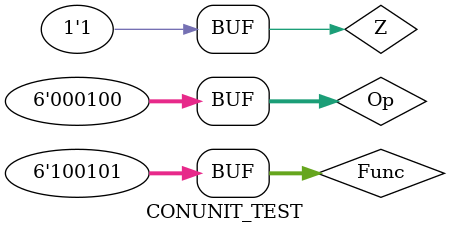
<source format=v>
`timescale 1ns / 1ps


module CONUNIT(Op, Func, Z, Regrt, Se, Wreg, Aluqb, Aluc, Wmem, Pcsrc, Reg2reg, V, M_Z, M_Op,E_Rd,M_Rd,E_Wreg,M_Wreg,Rs,Rt,FwdA,FwdB,E_Reg2reg,stall);
    input [5:0] Op, Func,M_Op;
    input Z, V, M_Z;
    output Regrt, Se, Wreg, Aluqb, Wmem, Reg2reg;
    output [1:0] Pcsrc, Aluc;
    input E_Wreg,M_Wreg;
    input [4:0] E_Rd,M_Rd,Rs,Rt;
    output reg [1:0] FwdA,FwdB;
    input E_Reg2reg;
    output stall;
    wire R_type = ~|Op;
    wire I_add = R_type & Func[5] & ~Func[4] & ~Func[3] & ~Func[2] & ~Func[1] & ~Func[0];
    wire I_sub = R_type & Func[5] & ~Func[4] & ~Func[3] & ~Func[2] & Func[1] & ~Func[0];
    wire I_and = R_type & Func[5] & ~Func[4] & ~Func[3] & Func[2] & ~Func[1] & ~Func[0];
    wire I_or =  R_type & Func[5] & ~Func[4] & ~Func[3] & Func[2] & ~Func[1] & Func[0];
    wire I_addi = ~Op[5] & ~Op[4] & Op[3] & ~Op[2] & ~Op[1] & ~Op[0];
    wire I_andi = ~Op[5] & ~Op[4] & Op[3] & Op[2] & ~Op[1] & ~Op[0];
    wire I_ori = ~Op[5] & ~Op[4] & Op[3] & Op[2] & ~Op[1] & Op[0];
    wire I_lw = Op[5] & ~Op[4] & ~Op[3] & ~Op[2] & Op[1] & Op[0];
    wire I_sw = Op[5] & ~Op[4] & Op[3] & ~Op[2] & Op[1] & Op[0];
    wire I_beq = ~Op[5] & ~Op[4] & ~Op[3] & Op[2] & ~Op[1] & ~Op[0];
    wire I_bne = ~Op[5] & ~Op[4] & ~Op[3] & Op[2] & ~Op[1] & Op[0];
    wire I_J = ~Op[5] & ~Op[4] & ~Op[3] & ~Op[2] & Op[1] & ~Op[0];
    
    assign Regrt = I_addi | I_andi | I_ori | I_lw | I_sw | I_beq | I_bne | I_J;
    assign Se = I_addi | I_lw | I_sw | I_beq | I_bne;
    assign Wreg = I_add | I_sub | I_and | I_or | I_addi | I_andi | I_ori | I_lw;
    assign Aluqb = I_add | I_sub | I_and | I_or | I_beq | I_bne;
    assign Aluc[1] = I_and | I_or | I_andi | I_ori;
    assign Aluc[0] = I_sub | I_or | I_ori | I_beq | I_bne;
    assign Wmem = I_sw;
    assign Pcsrc[1] = (I_beq & Z) | (I_bne & ~Z) | I_J;
    assign Pcsrc[0] = I_J;
    assign Reg2reg = I_add | I_sub | I_and | I_or | I_addi | I_andi | I_ori | I_sw | I_beq | I_bne | I_J; 
   
    always @(E_Rd,M_Rd,E_Wreg,M_Wreg,Rs,Rt,Op,Func)begin
            FwdA <= 2'b00;//Ä¬ÈÏÑ¡Ôñ
            if((Rs == E_Rd)&(E_Rd!=0)&(E_Wreg==1))begin
                    FwdA <= 2'b10;//ºÍEX¼¶Ö¸Áî´æÔÚÊý¾ÝÃ°ÏÕ
                end
                else 
                begin
                    if((Rs == M_Rd)&(M_Rd != 0)&(M_Wreg == 1)) begin
                        FwdA <= 2'b01;//ºÍMEMÖ¸Áî´æÔÚÊý¾ÝÃ°ÏÕ
                    end
                end
            FwdB <= 2'b00;//Ä¬ÈÏÑ¡Ôñ
            if((Rt == E_Rd)&(E_Rd!=0)&(E_Wreg==1))begin
                    FwdB <= 2'b10;
            end else begin
            if((Rt == M_Rd)&(M_Rd != 0)&(M_Wreg == 1)) begin
                FwdB <= 2'b01;
            end
        end
       end
       assign stall = ((Rs == E_Rd)|(Rt == E_Rd))&(E_Reg2reg == 0)&(E_Rd!= 0)&(E_Wreg==1);
endmodule

module CONUNIT_TEST;
    reg [5:0] Op, Func;
    reg Z;
    wire Regrt, Se, Wreg, Aluqb, Wmem, Reg2reg;
    wire [1:0] Pcsrc, Aluc;
    CONUNIT CONUNIT_test(.Op(Op), .Func(Func), .Z(Z), .Regrt(Regrt), .Se(Se), .Wreg(Wreg), .Aluqb(Aluqb), .Aluc(Aluc), .Wmem(Wmem), .Pcsrc(Pcsrc), .Reg2reg(Reg2reg));
    initial begin;
        Op = 'b000000;
        Func = 'b100000;
        
        #20;
        
        Op = 'b000000;
        Func = 'b100010;
        
        #20;
        
        Op = 'b000000;
        Func = 'b100100;
        
        #20;
        
        Op = 'b000000;
        Func = 'b100101;
        
        #20;
        
        Op = 'b001000;
        
        #20;
        
        Op = 'b001000;
        
        #20;
        
        Op = 'b001100;
        
        #20;
        
        Op = 'b001101;
        
        #20;
        
        Op = 'b100011;
        
        #20;
        
        Op = 'b101011;
        
        #20;
        
        Op = 'b000100;
        Z = 0;
        
        #20;
        
        Op = 'b000100;
        Z = 1;
    end
endmodule
</source>
